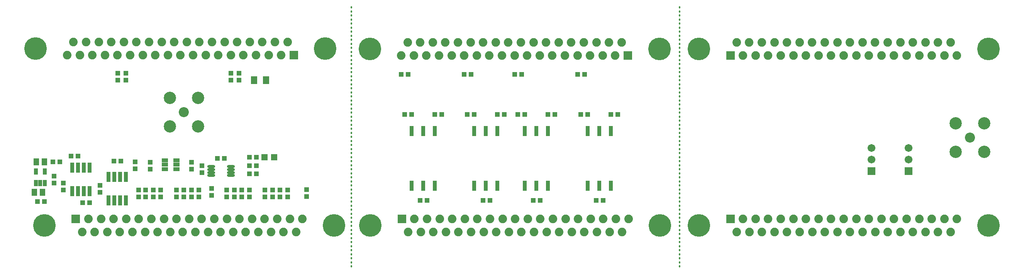
<source format=gts>
G04 Layer_Color=8388736*
%FSLAX25Y25*%
%MOIN*%
G70*
G01*
G75*
%ADD59R,0.04400X0.04000*%
%ADD60R,0.03400X0.08800*%
%ADD61R,0.04000X0.04400*%
%ADD62R,0.04650X0.06000*%
%ADD63R,0.03792X0.08674*%
%ADD64R,0.05800X0.05800*%
%ADD65R,0.05300X0.06800*%
%ADD66O,0.06902X0.02572*%
%ADD67R,0.03400X0.05800*%
%ADD68R,0.05800X0.03400*%
%ADD69C,0.01800*%
%ADD70R,0.07453X0.07453*%
%ADD71C,0.07453*%
%ADD72C,0.19540*%
%ADD73C,0.06706*%
%ADD74R,0.06706X0.06706*%
%ADD75C,0.10642*%
%ADD76C,0.08674*%
D59*
X303000Y351500D02*
D03*
X297000D02*
D03*
X143000Y367000D02*
D03*
X149000D02*
D03*
X159000Y326500D02*
D03*
X153000D02*
D03*
X269500Y365000D02*
D03*
X275500D02*
D03*
X120000Y327500D02*
D03*
X114000D02*
D03*
X186000Y362500D02*
D03*
X180000D02*
D03*
X297000Y358500D02*
D03*
X303000D02*
D03*
X133500Y362000D02*
D03*
X127500D02*
D03*
X297000Y366000D02*
D03*
X303000D02*
D03*
X428100Y437600D02*
D03*
X434100D02*
D03*
X482400D02*
D03*
X488400D02*
D03*
X525900D02*
D03*
X531900D02*
D03*
X580200D02*
D03*
X586200D02*
D03*
X596500Y328500D02*
D03*
X602500D02*
D03*
X609000Y403000D02*
D03*
X615000D02*
D03*
X589000D02*
D03*
X583000D02*
D03*
X542100Y328500D02*
D03*
X548100D02*
D03*
X554600Y403000D02*
D03*
X560600D02*
D03*
X534600D02*
D03*
X528600D02*
D03*
X498650Y328500D02*
D03*
X504650D02*
D03*
X511150Y403000D02*
D03*
X517150D02*
D03*
X491150D02*
D03*
X485150D02*
D03*
X444400Y328500D02*
D03*
X450400D02*
D03*
X456900Y403000D02*
D03*
X462900D02*
D03*
X436900D02*
D03*
X430900D02*
D03*
D60*
X175500Y349000D02*
D03*
X190500Y328500D02*
D03*
X180500D02*
D03*
X175500D02*
D03*
X180500Y349000D02*
D03*
X185500D02*
D03*
X190500D02*
D03*
X185500Y328500D02*
D03*
X144000Y357000D02*
D03*
X159000Y336500D02*
D03*
X149000D02*
D03*
X144000D02*
D03*
X149000Y357000D02*
D03*
X154000D02*
D03*
X159000D02*
D03*
X154000Y336500D02*
D03*
D61*
X256000Y358500D02*
D03*
Y352500D02*
D03*
X247000Y355500D02*
D03*
Y361500D02*
D03*
X346500Y332000D02*
D03*
Y338000D02*
D03*
X207500Y331500D02*
D03*
Y337500D02*
D03*
X201500Y331500D02*
D03*
Y337500D02*
D03*
X214000Y331500D02*
D03*
Y337500D02*
D03*
X220500Y331500D02*
D03*
Y337500D02*
D03*
X240500Y331500D02*
D03*
Y337500D02*
D03*
X234000Y331500D02*
D03*
Y337500D02*
D03*
X247000Y331500D02*
D03*
Y337500D02*
D03*
X253500Y331500D02*
D03*
Y337500D02*
D03*
X284000Y331500D02*
D03*
Y337500D02*
D03*
X277500Y331500D02*
D03*
Y337500D02*
D03*
X290500Y331500D02*
D03*
Y337500D02*
D03*
X297000Y331500D02*
D03*
Y337500D02*
D03*
X317000Y331500D02*
D03*
Y337500D02*
D03*
X310500Y331500D02*
D03*
Y337500D02*
D03*
X323500Y331500D02*
D03*
Y337500D02*
D03*
X330000Y331500D02*
D03*
Y337500D02*
D03*
X211500Y355500D02*
D03*
Y361500D02*
D03*
X136500Y343500D02*
D03*
Y337500D02*
D03*
X168000Y341500D02*
D03*
Y335500D02*
D03*
X264500Y339000D02*
D03*
Y333000D02*
D03*
X128500Y343500D02*
D03*
Y349500D02*
D03*
X288000Y432500D02*
D03*
Y438500D02*
D03*
X281000Y432500D02*
D03*
Y438500D02*
D03*
X190500Y432500D02*
D03*
Y438500D02*
D03*
X183500Y432500D02*
D03*
Y438500D02*
D03*
X198500Y356000D02*
D03*
Y362000D02*
D03*
D62*
X113000D02*
D03*
X120000D02*
D03*
X111500Y335500D02*
D03*
X118500D02*
D03*
D63*
X534600Y341256D02*
D03*
X544600D02*
D03*
X554600Y388500D02*
D03*
X534600D02*
D03*
X544600D02*
D03*
X554600Y341256D02*
D03*
X511150D02*
D03*
X501150Y388500D02*
D03*
X491150D02*
D03*
X511150D02*
D03*
X501150Y341256D02*
D03*
X491150D02*
D03*
X436900D02*
D03*
X446900D02*
D03*
X456900Y388500D02*
D03*
X436900D02*
D03*
X446900D02*
D03*
X456900Y341256D02*
D03*
X609000D02*
D03*
X599000Y388500D02*
D03*
X589000D02*
D03*
X609000D02*
D03*
X599000Y341256D02*
D03*
X589000D02*
D03*
D64*
X309902Y366018D02*
D03*
X318302D02*
D03*
D65*
X311500Y432500D02*
D03*
X301000D02*
D03*
D66*
X280866Y350161D02*
D03*
Y352720D02*
D03*
Y355279D02*
D03*
Y357839D02*
D03*
X264134Y350161D02*
D03*
Y352720D02*
D03*
Y355279D02*
D03*
Y357839D02*
D03*
D67*
X112750Y353500D02*
D03*
X120250D02*
D03*
X112750Y343500D02*
D03*
X116500D02*
D03*
X120250D02*
D03*
D68*
X234000Y359500D02*
D03*
Y363250D02*
D03*
Y355750D02*
D03*
X224000Y359500D02*
D03*
X224000Y363250D02*
D03*
Y355750D02*
D03*
D69*
X668500Y271500D02*
D03*
Y275000D02*
D03*
Y278500D02*
D03*
Y282000D02*
D03*
Y285500D02*
D03*
Y289000D02*
D03*
Y292500D02*
D03*
Y296000D02*
D03*
Y299500D02*
D03*
Y303000D02*
D03*
Y306500D02*
D03*
Y310000D02*
D03*
Y313500D02*
D03*
Y317000D02*
D03*
Y320500D02*
D03*
Y324000D02*
D03*
Y327500D02*
D03*
Y331000D02*
D03*
Y334500D02*
D03*
Y338000D02*
D03*
Y341500D02*
D03*
Y345000D02*
D03*
Y348500D02*
D03*
Y352000D02*
D03*
Y355500D02*
D03*
Y359000D02*
D03*
Y362500D02*
D03*
Y366000D02*
D03*
Y369500D02*
D03*
Y373000D02*
D03*
Y376500D02*
D03*
Y380000D02*
D03*
Y383500D02*
D03*
Y387000D02*
D03*
Y390500D02*
D03*
Y394000D02*
D03*
Y397500D02*
D03*
Y401000D02*
D03*
Y404500D02*
D03*
Y408000D02*
D03*
Y411500D02*
D03*
Y415000D02*
D03*
Y418500D02*
D03*
Y422000D02*
D03*
Y425500D02*
D03*
Y429000D02*
D03*
Y432500D02*
D03*
Y436000D02*
D03*
Y439500D02*
D03*
Y443000D02*
D03*
Y446500D02*
D03*
Y450000D02*
D03*
Y453500D02*
D03*
Y457000D02*
D03*
Y460500D02*
D03*
Y464000D02*
D03*
Y467500D02*
D03*
Y471000D02*
D03*
Y474500D02*
D03*
Y478000D02*
D03*
Y481500D02*
D03*
Y485000D02*
D03*
Y488500D02*
D03*
Y492000D02*
D03*
Y495500D02*
D03*
X385000D02*
D03*
Y492000D02*
D03*
Y488500D02*
D03*
Y485000D02*
D03*
Y481500D02*
D03*
Y478000D02*
D03*
Y474500D02*
D03*
Y471000D02*
D03*
Y467500D02*
D03*
Y464000D02*
D03*
Y460500D02*
D03*
Y457000D02*
D03*
Y453500D02*
D03*
Y450000D02*
D03*
Y446500D02*
D03*
Y443000D02*
D03*
Y439500D02*
D03*
Y436000D02*
D03*
Y432500D02*
D03*
Y429000D02*
D03*
Y425500D02*
D03*
Y422000D02*
D03*
Y418500D02*
D03*
Y415000D02*
D03*
Y411500D02*
D03*
Y408000D02*
D03*
Y404500D02*
D03*
Y401000D02*
D03*
Y397500D02*
D03*
Y394000D02*
D03*
Y390500D02*
D03*
Y387000D02*
D03*
Y383500D02*
D03*
Y380000D02*
D03*
Y376500D02*
D03*
Y373000D02*
D03*
Y369500D02*
D03*
Y366000D02*
D03*
Y362500D02*
D03*
Y359000D02*
D03*
Y355500D02*
D03*
Y352000D02*
D03*
Y348500D02*
D03*
Y345000D02*
D03*
Y341500D02*
D03*
Y338000D02*
D03*
Y334500D02*
D03*
Y331000D02*
D03*
Y327500D02*
D03*
Y324000D02*
D03*
Y320500D02*
D03*
Y317000D02*
D03*
Y313500D02*
D03*
Y310000D02*
D03*
Y306500D02*
D03*
Y303000D02*
D03*
Y299500D02*
D03*
Y296000D02*
D03*
Y292500D02*
D03*
Y289000D02*
D03*
Y285500D02*
D03*
Y282000D02*
D03*
Y278500D02*
D03*
Y275000D02*
D03*
Y271500D02*
D03*
D70*
X335287Y454409D02*
D03*
X623688Y454009D02*
D03*
X428613Y312591D02*
D03*
X712220Y312500D02*
D03*
X712205Y454000D02*
D03*
X147138Y312492D02*
D03*
D71*
X139697Y454409D02*
D03*
X324421D02*
D03*
X313555D02*
D03*
X302689D02*
D03*
X291823D02*
D03*
X280957D02*
D03*
X270091D02*
D03*
X259225D02*
D03*
X248358D02*
D03*
X237492D02*
D03*
X226626D02*
D03*
X215760D02*
D03*
X204894D02*
D03*
X194028D02*
D03*
X183161D02*
D03*
X172295D02*
D03*
X161429D02*
D03*
X150563D02*
D03*
X329858Y465590D02*
D03*
X318992D02*
D03*
X308126D02*
D03*
X297260D02*
D03*
X286394D02*
D03*
X275528D02*
D03*
X264662D02*
D03*
X253795D02*
D03*
X242929D02*
D03*
X232063D02*
D03*
X221197D02*
D03*
X210331D02*
D03*
X199465D02*
D03*
X188599D02*
D03*
X177732D02*
D03*
X166866D02*
D03*
X156000D02*
D03*
X145134D02*
D03*
X433534Y465191D02*
D03*
X444400D02*
D03*
X455266D02*
D03*
X466132D02*
D03*
X476999D02*
D03*
X487865D02*
D03*
X498731D02*
D03*
X509597D02*
D03*
X520463D02*
D03*
X531329D02*
D03*
X542195D02*
D03*
X553061D02*
D03*
X563928D02*
D03*
X574794D02*
D03*
X585660D02*
D03*
X596526D02*
D03*
X607392D02*
D03*
X618258D02*
D03*
X438963Y454009D02*
D03*
X449829D02*
D03*
X460695D02*
D03*
X471561D02*
D03*
X482428D02*
D03*
X493294D02*
D03*
X504160D02*
D03*
X515026D02*
D03*
X525892D02*
D03*
X536758D02*
D03*
X547624D02*
D03*
X558491D02*
D03*
X569357D02*
D03*
X580223D02*
D03*
X591089D02*
D03*
X601955D02*
D03*
X612821D02*
D03*
X428097D02*
D03*
X624203Y312591D02*
D03*
X439479D02*
D03*
X450345D02*
D03*
X461211D02*
D03*
X472077D02*
D03*
X482943D02*
D03*
X493809D02*
D03*
X504675D02*
D03*
X515542D02*
D03*
X526408D02*
D03*
X537274D02*
D03*
X548140D02*
D03*
X559006D02*
D03*
X569872D02*
D03*
X580738D02*
D03*
X591605D02*
D03*
X602471D02*
D03*
X613337D02*
D03*
X434042Y301410D02*
D03*
X444908D02*
D03*
X455774D02*
D03*
X466640D02*
D03*
X477506D02*
D03*
X488372D02*
D03*
X499238D02*
D03*
X510105D02*
D03*
X520971D02*
D03*
X531837D02*
D03*
X542703D02*
D03*
X553569D02*
D03*
X564435D02*
D03*
X575302D02*
D03*
X586168D02*
D03*
X597034D02*
D03*
X607900D02*
D03*
X618766D02*
D03*
X902374Y301319D02*
D03*
X891508D02*
D03*
X880642D02*
D03*
X869775D02*
D03*
X858909D02*
D03*
X848043D02*
D03*
X837177D02*
D03*
X826311D02*
D03*
X815445D02*
D03*
X804579D02*
D03*
X793713D02*
D03*
X782846D02*
D03*
X771980D02*
D03*
X761114D02*
D03*
X750248D02*
D03*
X739382D02*
D03*
X728516D02*
D03*
X717650D02*
D03*
X896945Y312500D02*
D03*
X886079D02*
D03*
X875212D02*
D03*
X864346D02*
D03*
X853480D02*
D03*
X842614D02*
D03*
X831748D02*
D03*
X820882D02*
D03*
X810016D02*
D03*
X799150D02*
D03*
X788283D02*
D03*
X777417D02*
D03*
X766551D02*
D03*
X755685D02*
D03*
X744819D02*
D03*
X733953D02*
D03*
X723087D02*
D03*
X907811D02*
D03*
X902358Y465181D02*
D03*
X891492D02*
D03*
X880626D02*
D03*
X869760D02*
D03*
X858894D02*
D03*
X848028D02*
D03*
X837161D02*
D03*
X826295D02*
D03*
X815429D02*
D03*
X804563D02*
D03*
X793697D02*
D03*
X782831D02*
D03*
X771965D02*
D03*
X761098D02*
D03*
X750232D02*
D03*
X739366D02*
D03*
X728500D02*
D03*
X717634D02*
D03*
X896929Y454000D02*
D03*
X886063D02*
D03*
X875197D02*
D03*
X864331D02*
D03*
X853465D02*
D03*
X842598D02*
D03*
X831732D02*
D03*
X820866D02*
D03*
X810000D02*
D03*
X799134D02*
D03*
X788268D02*
D03*
X777402D02*
D03*
X766535D02*
D03*
X755669D02*
D03*
X744803D02*
D03*
X733937D02*
D03*
X723071D02*
D03*
X907795D02*
D03*
X337291Y301311D02*
D03*
X326425D02*
D03*
X315559D02*
D03*
X304693D02*
D03*
X293827D02*
D03*
X282961D02*
D03*
X272094D02*
D03*
X261228D02*
D03*
X250362D02*
D03*
X239496D02*
D03*
X228630D02*
D03*
X217764D02*
D03*
X206898D02*
D03*
X196031D02*
D03*
X185165D02*
D03*
X174299D02*
D03*
X163433D02*
D03*
X152567D02*
D03*
X331862Y312492D02*
D03*
X320996D02*
D03*
X310130D02*
D03*
X299264D02*
D03*
X288398D02*
D03*
X277531D02*
D03*
X266665D02*
D03*
X255799D02*
D03*
X244933D02*
D03*
X234067D02*
D03*
X223201D02*
D03*
X212335D02*
D03*
X201468D02*
D03*
X190602D02*
D03*
X179736D02*
D03*
X168870D02*
D03*
X158004D02*
D03*
X342728D02*
D03*
D72*
X112500Y460000D02*
D03*
X362500D02*
D03*
X650900Y459600D02*
D03*
X400900D02*
D03*
X651400Y307000D02*
D03*
X401400D02*
D03*
X685008Y306909D02*
D03*
X935008D02*
D03*
X685008Y459591D02*
D03*
X935008D02*
D03*
X119925Y306902D02*
D03*
X369925D02*
D03*
D73*
X834000Y364000D02*
D03*
Y374000D02*
D03*
X866000Y364000D02*
D03*
Y374000D02*
D03*
D74*
X834000Y354000D02*
D03*
X866000D02*
D03*
D75*
X252823Y392677D02*
D03*
X228177D02*
D03*
Y417323D02*
D03*
X252823D02*
D03*
X931323Y370677D02*
D03*
Y395323D02*
D03*
X906677D02*
D03*
Y370677D02*
D03*
D76*
X240500Y405000D02*
D03*
X919000Y383000D02*
D03*
M02*

</source>
